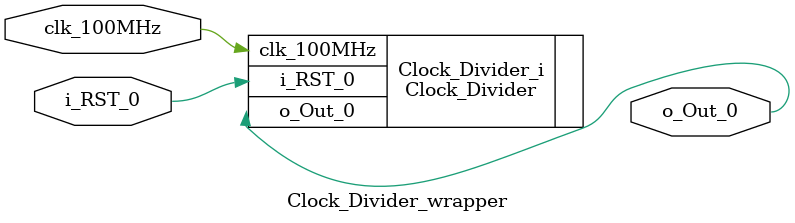
<source format=v>
`timescale 1 ps / 1 ps

module Clock_Divider_wrapper
   (clk_100MHz,
    i_RST_0,
    o_Out_0);
  input clk_100MHz;
  input i_RST_0;
  output o_Out_0;

  wire clk_100MHz;
  wire i_RST_0;
  wire o_Out_0;

  Clock_Divider Clock_Divider_i
       (.clk_100MHz(clk_100MHz),
        .i_RST_0(i_RST_0),
        .o_Out_0(o_Out_0));
endmodule

</source>
